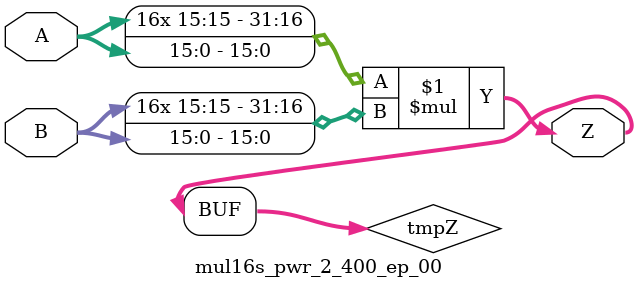
<source format=v>
/***
    * This code is a part of ApproxLib library (ehw.fit.vutbr.cz/approxlib) distributed under a XXXX public license.
    * When used, please cite the following article: tbd 
    * This file is pareto optimal sub-set in the pwr and ep parameters
    ***/
    
//Behavioral model of 16-bit Signed Truncated Multiplier
//Truncated bits: 0

module mul16s_pwr_2_400_ep_00(
	A, 
	B,
	Z
);

input signed [16-1:0] A;
input signed [16-1:0] B;
output signed [2*16-1:0] Z;

wire signed [2*(16-0)-1:0] tmpZ;
assign tmpZ = $signed(A[16-1:0]) * $signed(B[16-1:0]);
assign Z = $signed(tmpZ);
endmodule


// internal reference: truncation-tm.16.mul16s_pwr_2_400_ep_00


</source>
